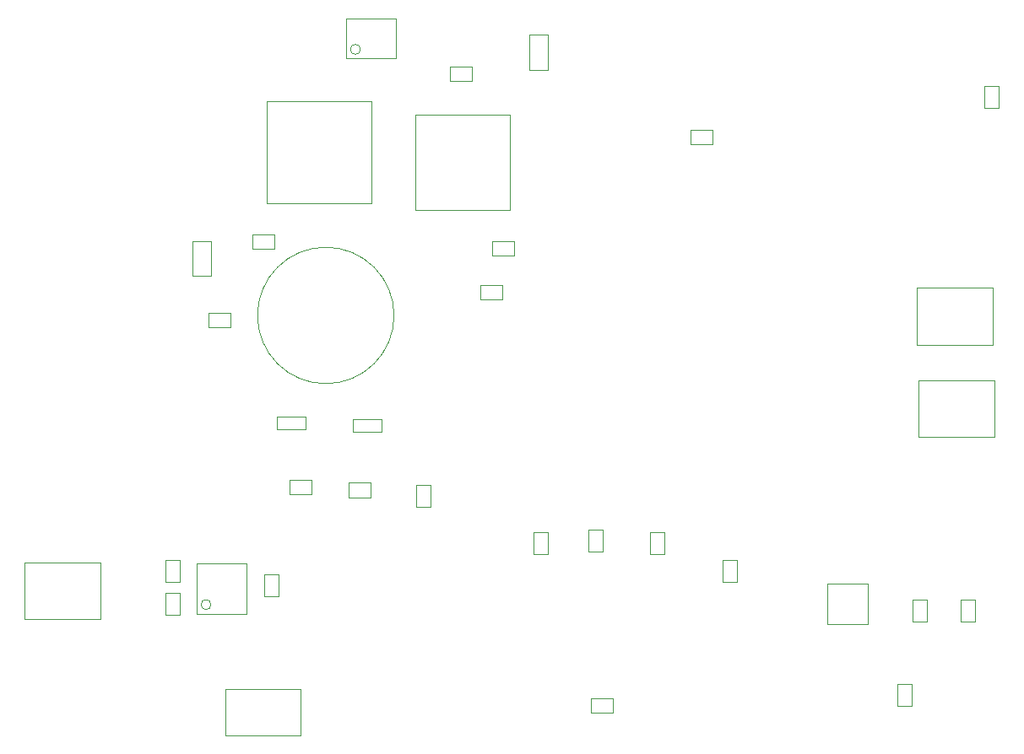
<source format=gbr>
%TF.GenerationSoftware,Altium Limited,Altium Designer,19.0.15 (446)*%
G04 Layer_Color=16711935*
%FSLAX45Y45*%
%MOMM*%
%TF.FileFunction,Other,Mechanical_13*%
%TF.Part,Single*%
G01*
G75*
%TA.AperFunction,NonConductor*%
%ADD105C,0.10000*%
D105*
X4329900Y4737100D02*
G03*
X4329900Y4737100I-685000J0D01*
G01*
X2493500Y1833900D02*
G03*
X2493500Y1833900I-50000J0D01*
G01*
X3992100Y7409036D02*
G03*
X3992100Y7409036I-50000J0D01*
G01*
X7768700Y2061700D02*
Y2281700D01*
X7623700Y2061700D02*
Y2281700D01*
X7768700D01*
X7623700Y2061700D02*
X7768700D01*
X5683500Y7203700D02*
Y7553700D01*
X5873500Y7203700D02*
Y7553700D01*
X5683500Y7203700D02*
X5873500D01*
X5683500Y7553700D02*
X5873500D01*
X3029300Y1922000D02*
Y2142000D01*
X3174300Y1922000D02*
Y2142000D01*
X3029300Y1922000D02*
X3174300D01*
X3029300Y2142000D02*
X3174300D01*
X2180700Y2061700D02*
Y2281700D01*
X2035700Y2061700D02*
Y2281700D01*
X2180700D01*
X2035700Y2061700D02*
X2180700D01*
X2035700Y1733900D02*
Y1953900D01*
X2180700Y1733900D02*
Y1953900D01*
X2035700Y1733900D02*
X2180700D01*
X2035700Y1953900D02*
X2180700D01*
X3388430Y519900D02*
Y989902D01*
X2638899D02*
X3388430D01*
X2639370Y519900D02*
Y989430D01*
Y519900D02*
X3388430D01*
X3126200Y5408410D02*
Y5553410D01*
X2906200Y5408410D02*
Y5553410D01*
Y5408410D02*
X3126200D01*
X2906200Y5553410D02*
X3126200D01*
X10252600Y6824200D02*
X10397600D01*
X10252600Y7044200D02*
X10397600D01*
X10252600Y6824200D02*
Y7044200D01*
X10397600Y6824200D02*
Y7044200D01*
X5532900Y5337700D02*
Y5482700D01*
X5312900Y5337700D02*
Y5482700D01*
Y5337700D02*
X5532900D01*
X5312900Y5482700D02*
X5532900D01*
X5418600Y4900100D02*
Y5045100D01*
X5198600Y4900100D02*
Y5045100D01*
Y4900100D02*
X5418600D01*
X5198600Y5045100D02*
X5418600D01*
X5113800Y7090300D02*
Y7235300D01*
X4893800Y7090300D02*
Y7235300D01*
Y7090300D02*
X5113800D01*
X4893800Y7235300D02*
X5113800D01*
X2468100Y4617900D02*
Y4762900D01*
X2688100Y4617900D02*
Y4762900D01*
X2468100D02*
X2688100D01*
X2468100Y4617900D02*
X2688100D01*
X3282899Y2940100D02*
Y3085100D01*
X3502899Y2940100D02*
Y3085100D01*
X3282899D02*
X3502899D01*
X3282899Y2940100D02*
X3502899D01*
X3877800Y2912000D02*
Y3057000D01*
X4097800Y2912000D02*
Y3057000D01*
X3877800D02*
X4097800D01*
X3877800Y2912000D02*
X4097800D01*
X4552200Y2817400D02*
X4697200D01*
X4552200Y3037400D02*
X4697200D01*
X4552200Y2817400D02*
Y3037400D01*
X4697200Y2817400D02*
Y3037400D01*
X6899800Y2561100D02*
X7044800D01*
X6899800Y2341100D02*
X7044800D01*
Y2561100D01*
X6899800Y2341100D02*
Y2561100D01*
X9530600Y1668000D02*
X9675600D01*
X9530600Y1888000D02*
X9675600D01*
X9530600Y1668000D02*
Y1888000D01*
X9675600Y1668000D02*
Y1888000D01*
X6277500Y2586500D02*
X6422500D01*
X6277500Y2366500D02*
X6422500D01*
Y2586500D01*
X6277500Y2366500D02*
Y2586500D01*
X10011300Y1668000D02*
X10156300D01*
X10011300Y1888000D02*
X10156300D01*
X10011300Y1668000D02*
Y1888000D01*
X10156300Y1668000D02*
Y1888000D01*
X5731400Y2561100D02*
X5876400D01*
X5731400Y2341100D02*
X5876400D01*
Y2561100D01*
X5731400Y2341100D02*
Y2561100D01*
X6303500Y750300D02*
Y895300D01*
X6523500Y750300D02*
Y895300D01*
X6303500D02*
X6523500D01*
X6303500Y750300D02*
X6523500D01*
X9376300Y817100D02*
X9521300D01*
X9376300Y1037100D02*
X9521300D01*
X9376300Y817100D02*
Y1037100D01*
X9521300Y817100D02*
Y1037100D01*
X7306800Y6455300D02*
Y6600300D01*
X7526800Y6455300D02*
Y6600300D01*
X7306800D02*
X7526800D01*
X7306800Y6455300D02*
X7526800D01*
X9575800Y4444500D02*
X10337800D01*
X9575800D02*
Y5016500D01*
X10337800D01*
Y4444500D02*
Y5016500D01*
X626900Y1688600D02*
Y2260600D01*
Y1688600D02*
X1388900D01*
Y2260600D01*
X626900D02*
X1388900D01*
X5494200Y5795012D02*
Y6748800D01*
X4541200Y5795012D02*
Y6748800D01*
X4779450Y5795012D02*
X5255950D01*
X4541200Y6748800D02*
X5494200D01*
X5255950Y5795012D02*
X5494200D01*
X4541200D02*
X4779450D01*
X2853500Y1743900D02*
Y2243900D01*
X2353500Y1743900D02*
Y2243900D01*
X2853500D01*
X2353500Y1743900D02*
X2853500D01*
X3151899Y3592600D02*
X3443899D01*
X3151899Y3722600D02*
X3443899D01*
X3151899Y3592600D02*
Y3722600D01*
X3443899Y3592600D02*
Y3722600D01*
X3912699Y3697200D02*
X4204699D01*
X3912699Y3567200D02*
X4204699D01*
Y3697200D01*
X3912699Y3567200D02*
Y3697200D01*
X9077300Y1641500D02*
Y2041500D01*
X8677300Y1641500D02*
X9077300D01*
X8677300D02*
Y2041500D01*
X9077300D01*
X10350500Y3517400D02*
Y4089400D01*
X9588500D02*
X10350500D01*
X9588500Y3517400D02*
Y4089400D01*
Y3517400D02*
X10350500D01*
X2310300Y5138600D02*
X2490300D01*
X2310300Y5478600D02*
X2490300D01*
X2310300Y5138600D02*
Y5478600D01*
X2490300Y5138600D02*
Y5478600D01*
X3852100Y7319036D02*
X4352100D01*
X3852100Y7719036D02*
X4352100D01*
X3852100Y7319036D02*
Y7719036D01*
X4352100Y7319036D02*
Y7719036D01*
X3056400Y5860400D02*
Y6890400D01*
X4106400Y5860400D02*
Y6890400D01*
X3056400D02*
X4106400D01*
X3056400Y5860400D02*
X4106400D01*
%TF.MD5,20450012caefe5390e3de3b9acf42445*%
M02*

</source>
